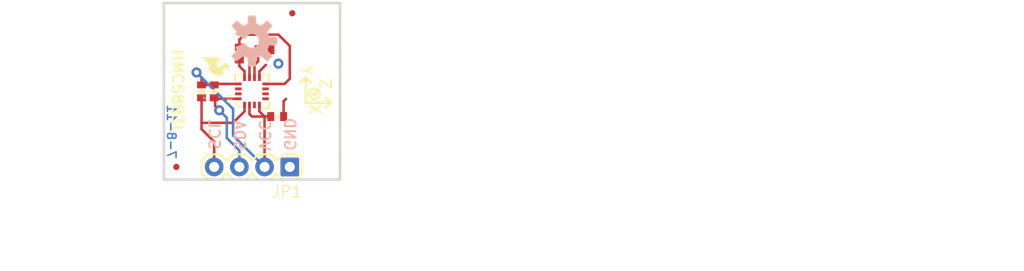
<source format=kicad_pcb>
(kicad_pcb (version 20211014) (generator pcbnew)
  (layers (0 "F.Cu" signal) (31 "B.Cu" signal) (34 "B.Paste" user) (35 "F.Paste" user) (36 "B.SilkS" user "B.Silkscreen") (37 "F.SilkS" user "F.Silkscreen") (38 "B.Mask" user) (39 "F.Mask" user) (44 "Edge.Cuts" user))
  (net 0 "")
  (net 1 "VCC")
  (net 2 "SCL")
  (net 3 "SDA")
  (net 4 "N$4")
  (net 5 "N$5")
  (net 6 "GND")
  (net 7 "N$1")
  (footprint "boardEagle:STAND-OFF" (layer "F.Cu") (at 154.8511 98.6536)
    (fp_text reference "JP3" hide)
    (fp_text value "STAND-OFF" hide)
    (pad "" np_thru_hole circle (at 0 0) (size 3.302 3.302) (drill 3.302) (layers *.Cu *.Mask))
  )
  (footprint "boardEagle:16LPCC" (layer "F.Cu") (at 148.5011 105.0036 90)
    (fp_text reference "U1" (at -1.27 -1.905 90) (layer "F.SilkS") (effects (font (size 0.560832 0.560832) (thickness 0.048768)) (justify left bottom)))
    (fp_text value "HMC5883LSMD")
    (fp_line (start 1.7 -1.1) (end 1.7 -1.7) (layer "F.SilkS") (width 0.2032))
    (fp_line (start 1.7 -1.7) (end 1.1 -1.7) (layer "F.SilkS") (width 0.2032))
    (fp_line (start -1.7 1.7) (end -1.1 1.7) (layer "F.SilkS") (width 0.2032))
    (fp_line (start 1.7 1.7) (end 1.7 1.1) (layer "F.SilkS") (width 0.2032))
    (fp_line (start -1.7 1.7) (end -1.7 1.1) (layer "F.SilkS") (width 0.2032))
    (fp_line (start -1.28 -1.635) (end -1.635 -1.26) (layer "F.SilkS") (width 0.2032))
    (fp_line (start 1.1 1.7) (end 1.7 1.7) (layer "F.SilkS") (width 0.2032))
    (pad "1" smd rect (at -1.37 -0.75 90) (size 0.65 0.28) (layers "F.Cu" "F.Paste" "F.Mask") (net 2 "SCL"))
    (pad "2" smd rect (at -1.37 -0.25 90) (size 0.65 0.28) (layers "F.Cu" "F.Paste" "F.Mask") (net 1 "VCC"))
    (pad "3" smd rect (at -1.37 0.25 90) (size 0.65 0.28) (layers "F.Cu" "F.Paste" "F.Mask"))
    (pad "4" smd rect (at -1.37 0.75 90) (size 0.65 0.28) (layers "F.Cu" "F.Paste" "F.Mask") (net 1 "VCC"))
    (pad "5" smd rect (at -0.75 1.37) (size 0.65 0.28) (layers "F.Cu" "F.Paste" "F.Mask"))
    (pad "6" smd rect (at -0.25 1.37 180) (size 0.65 0.28) (layers "F.Cu" "F.Paste" "F.Mask"))
    (pad "7" smd rect (at 0.25 1.37 180) (size 0.65 0.28) (layers "F.Cu" "F.Paste" "F.Mask"))
    (pad "8" smd rect (at 0.75 1.37 180) (size 0.65 0.28) (layers "F.Cu" "F.Paste" "F.Mask") (net 4 "N$4"))
    (pad "9" smd rect (at 1.37 0.75 90) (size 0.65 0.28) (layers "F.Cu" "F.Paste" "F.Mask") (net 6 "GND"))
    (pad "10" smd rect (at 1.37 0.25 90) (size 0.65 0.28) (layers "F.Cu" "F.Paste" "F.Mask") (net 7 "N$1"))
    (pad "11" smd rect (at 1.37 -0.25 90) (size 0.65 0.28) (layers "F.Cu" "F.Paste" "F.Mask") (net 6 "GND"))
    (pad "12" smd rect (at 1.37 -0.75 90) (size 0.65 0.28) (layers "F.Cu" "F.Paste" "F.Mask") (net 5 "N$5"))
    (pad "13" smd rect (at 0.75 -1.37 180) (size 0.65 0.28) (layers "F.Cu" "F.Paste" "F.Mask") (net 1 "VCC"))
    (pad "14" smd rect (at 0.25 -1.37 180) (size 0.65 0.28) (layers "F.Cu" "F.Paste" "F.Mask"))
    (pad "15" smd rect (at -0.25 -1.37 180) (size 0.65 0.28) (layers "F.Cu" "F.Paste" "F.Mask"))
    (pad "16" smd rect (at -0.75 -1.37 180) (size 0.65 0.28) (layers "F.Cu" "F.Paste" "F.Mask") (net 3 "SDA"))
  )
  (footprint "boardEagle:FIDUCIAL-1X2.5" (layer "F.Cu") (at 140.8811 112.6236)
    (fp_text reference "JP5" hide)
    (fp_text value "FIDUCIAL1X2.5" hide)
    (pad "1" smd roundrect (at 0 0) (size 0.635 0.635) (layers "F.Cu" "F.Mask") (roundrect_rratio 0.5))
  )
  (footprint "boardEagle:1X04" (layer "F.Cu") (at 152.3111 112.6236 180)
    (fp_text reference "JP1" (at -1.3462 -1.8288 180) (layer "F.SilkS") (effects (font (size 1.143 1.143) (thickness 0.127)) (justify right top)))
    (fp_text value "")
    (fp_line (start 1.27 -0.635) (end 1.905 -1.27) (layer "F.SilkS") (width 0.2032))
    (fp_line (start 0.635 -1.27) (end 1.27 -0.635) (layer "F.SilkS") (width 0.2032))
    (fp_line (start 3.81 -0.635) (end 4.445 -1.27) (layer "F.SilkS") (width 0.2032))
    (fp_line (start 1.905 -1.27) (end 3.175 -1.27) (layer "F.SilkS") (width 0.2032))
    (fp_line (start 1.27 0.635) (end 0.635 1.27) (layer "F.SilkS") (width 0.2032))
    (fp_line (start 5.715 1.27) (end 4.445 1.27) (layer "F.SilkS") (width 0.2032))
    (fp_line (start 5.715 -1.27) (end 6.35 -0.635) (layer "F.SilkS") (width 0.2032))
    (fp_line (start 0.635 1.27) (end -0.635 1.27) (layer "F.SilkS") (width 0.2032))
    (fp_line (start 1.905 1.27) (end 1.27 0.635) (layer "F.SilkS") (width 0.2032))
    (fp_line (start 3.81 0.635) (end 3.175 1.27) (layer "F.SilkS") (width 0.2032))
    (fp_line (start 3.175 -1.27) (end 3.81 -0.635) (layer "F.SilkS") (width 0.2032))
    (fp_line (start 3.175 1.27) (end 1.905 1.27) (layer "F.SilkS") (width 0.2032))
    (fp_line (start 4.445 -1.27) (end 5.715 -1.27) (layer "F.SilkS") (width 0.2032))
    (fp_line (start 6.35 0.635) (end 5.715 1.27) (layer "F.SilkS") (width 0.2032))
    (fp_line (start 8.255 1.27) (end 6.985 1.27) (layer "F.SilkS") (width 0.2032))
    (fp_line (start 8.89 0.635) (end 8.255 1.27) (layer "F.SilkS") (width 0.2032))
    (fp_line (start 4.445 1.27) (end 3.81 0.635) (layer "F.SilkS") (width 0.2032))
    (fp_line (start 6.985 -1.27) (end 6.35 -0.635) (layer "F.SilkS") (width 0.2032))
    (fp_line (start -1.27 0.635) (end -0.635 1.27) (layer "F.SilkS") (width 0.2032))
    (fp_line (start -0.635 -1.27) (end 0.635 -1.27) (layer "F.SilkS") (width 0.2032))
    (fp_line (start 8.89 -0.635) (end 8.89 0.635) (layer "F.SilkS") (width 0.2032))
    (fp_line (start 6.35 0.635) (end 6.985 1.27) (layer "F.SilkS") (width 0.2032))
    (fp_line (start 6.985 -1.27) (end 8.255 -1.27) (layer "F.SilkS") (width 0.2032))
    (fp_line (start -0.635 -1.27) (end -1.27 -0.635) (layer "F.SilkS") (width 0.2032))
    (fp_line (start 8.255 -1.27) (end 8.89 -0.635) (layer "F.SilkS") (width 0.2032))
    (fp_line (start -1.27 -0.635) (end -1.27 0.635) (layer "F.SilkS") (width 0.2032))
    (pad "1" thru_hole rect (at 0 0 270) (size 1.8796 1.8796) (drill 1.016) (layers *.Cu *.Mask) (net 6 "GND"))
    (pad "2" thru_hole circle (at 2.54 0 270) (size 1.8796 1.8796) (drill 1.016) (layers *.Cu *.Mask) (net 1 "VCC"))
    (pad "3" thru_hole circle (at 5.08 0 270) (size 1.8796 1.8796) (drill 1.016) (layers *.Cu *.Mask) (net 3 "SDA"))
    (pad "4" thru_hole circle (at 7.62 0 270) (size 1.8796 1.8796) (drill 1.016) (layers *.Cu *.Mask) (net 2 "SCL"))
  )
  (footprint "boardEagle:0402-CAP" (layer "F.Cu") (at 147.2311 101.1936 -90)
    (fp_text reference "C2" (at -0.889 -0.6985 -90) (layer "F.SilkS") (effects (font (size 0.373888 0.373888) (thickness 0.032512)) (justify left bottom)))
    (fp_text value ".22uF")
    (fp_line (start 0 -0.0305) (end 0 0.0305) (layer "F.SilkS") (width 0.4064))
    (pad "1" smd rect (at -0.65 0 270) (size 0.7 0.9) (layers "F.Cu" "F.Paste" "F.Mask") (net 4 "N$4"))
    (pad "2" smd rect (at 0.65 0 270) (size 0.7 0.9) (layers "F.Cu" "F.Paste" "F.Mask") (net 5 "N$5"))
  )
  (footprint "boardEagle:0402-RES" (layer "F.Cu") (at 143.4211 105.0036 90)
    (fp_text reference "R1" (at -0.889 -0.6985 90) (layer "F.SilkS") (effects (font (size 0.373888 0.373888) (thickness 0.032512)) (justify left bottom)))
    (fp_text value "DNP")
    (fp_poly (pts (xy -0.2032 0.3556) (xy 0.2032 0.3556) (xy 0.2032 -0.3556) (xy -0.2032 -0.3556)) (layer "F.SilkS") (width 0) (fill solid))
    (pad "1" smd rect (at -0.65 0 90) (size 0.7 0.9) (layers "F.Cu" "F.Paste" "F.Mask") (net 2 "SCL"))
    (pad "2" smd rect (at 0.65 0 90) (size 0.7 0.9) (layers "F.Cu" "F.Paste" "F.Mask") (net 1 "VCC"))
  )
  (footprint "boardEagle:CREATIVE_COMMONS" (layer "F.Cu") (at 143.4211 122.7836)
    (fp_text reference "U$1" hide)
    (fp_text value "CREATIVE_COMMONS" hide)
  )
  (footprint "boardEagle:FIDUCIAL-1X2.5" (layer "F.Cu") (at 152.5651 97.1296)
    (fp_text reference "JP6" hide)
    (fp_text value "FIDUCIAL1X2.5" hide)
    (pad "1" smd roundrect (at 0 0) (size 0.635 0.635) (layers "F.Cu" "F.Mask") (roundrect_rratio 0.5))
  )
  (footprint "boardEagle:0402-CAP" (layer "F.Cu") (at 149.7711 100.8126)
    (fp_text reference "C3" (at -0.889 -0.6985) (layer "F.SilkS") (effects (font (size 0.373888 0.373888) (thickness 0.032512)) (justify left bottom)))
    (fp_text value "4.7uF")
    (fp_line (start 0 -0.0305) (end 0 0.0305) (layer "F.SilkS") (width 0.4064))
    (pad "1" smd rect (at -0.65 0) (size 0.7 0.9) (layers "F.Cu" "F.Paste" "F.Mask") (net 7 "N$1"))
    (pad "2" smd rect (at 0.65 0) (size 0.7 0.9) (layers "F.Cu" "F.Paste" "F.Mask") (net 6 "GND"))
  )
  (footprint "boardEagle:0402-RES" (layer "F.Cu") (at 144.6911 105.0036 90)
    (fp_text reference "R2" (at -0.889 -0.6985 90) (layer "F.SilkS") (effects (font (size 0.373888 0.373888) (thickness 0.032512)) (justify left bottom)))
    (fp_text value "DNP")
    (fp_poly (pts (xy -0.2032 0.3556) (xy 0.2032 0.3556) (xy 0.2032 -0.3556) (xy -0.2032 -0.3556)) (layer "F.SilkS") (width 0) (fill solid))
    (pad "1" smd rect (at -0.65 0 90) (size 0.7 0.9) (layers "F.Cu" "F.Paste" "F.Mask") (net 3 "SDA"))
    (pad "2" smd rect (at 0.65 0 90) (size 0.7 0.9) (layers "F.Cu" "F.Paste" "F.Mask") (net 1 "VCC"))
  )
  (footprint "boardEagle:STAND-OFF" (layer "F.Cu") (at 142.1511 98.6536)
    (fp_text reference "JP2" hide)
    (fp_text value "STAND-OFF" hide)
    (pad "" np_thru_hole circle (at 0 0) (size 3.302 3.302) (drill 3.302) (layers *.Cu *.Mask))
  )
  (footprint "boardEagle:SFE-LOGO-FLAME" (layer "F.Cu") (at 143.4211 101.5746 -90)
    (fp_text reference "JP4" hide)
    (fp_text value "LOGO-SFESK" hide)
    (fp_poly (pts (xy 1.126002 -2.808203) (xy 1.215449 -2.785829) (xy 1.228477 -2.780783) (xy 1.240149 -2.774875) (xy 1.25686 -2.766576) (xy 1.275552 -2.759834) (xy 1.371694 -2.7026) (xy 1.3793 -2.7026) (xy 1.3793 -2.6772) (xy 1.306833 -2.6772) (xy 1.208418 -2.657914) (xy 1.074855 -2.495286) (xy 1.079365 -2.436825) (xy 1.12809 -2.341869) (xy 1.204666 -2.265196) (xy 1.294069 -2.200638) (xy 1.369348 -2.168824) (xy 1.450737 -2.171632) (xy 1.458864 -2.174186) (xy 1.466257 -2.177389) (xy 1.530514 -2.236956) (xy 1.5368 -2.259812) (xy 1.5368 -2.377938) (xy 1.763707 -2.148127) (xy 1.868186 -1.856841) (xy 1.871603 -1.856894) (xy 1.87806 -1.650435) (xy 1.848857 -1.45742) (xy 1.785308 -1.272842) (xy 1.6663 -1.061578) (xy 1.6663 -1.080581) (xy 1.378131 -0.80901) (xy 0.982239 -0.6985) (xy 0.753005 -0.6985) (xy 0.716201 -0.692046) (xy 0.681776 -0.679592) (xy 0.496322 -0.541784) (xy -0.0126 0.03091) (xy -0.0126 -1.52077) (xy 0.060004 -1.761967) (xy 0.168295 -1.865489) (xy 0.307122 -1.917522) (xy 0.4039 -1.925089) (xy 0.499384 -1.917623) (xy 0.55991 -1.908099) (xy 0.557788 -1.884433) (xy 0.522216 -1.885242) (xy 0.501784 -1.876141) (xy 0.420519 -1.817154) (xy 0.400722 -1.79067) (xy 0.390395 -1.7285) (xy 0.400905 -1.665229) (xy 0.421405 -1.625174) (xy 0.452343 -1.592685) (xy 0.546535 -1.54355) (xy 0.652229 -1.531742) (xy 0.742768 -1.550084) (xy 0.82422 -1.589656) (xy 0.92203 -1.754659) (xy 0.907706 -1.848844) (xy 0.850914 -1.930401) (xy 0.584707 -2.263237) (xy 0.561667 -2.510855) (xy 0.627495 -2.621556) (xy 0.629042 -2.623103) (xy 0.778901 -2.74712) (xy 1.032676 -2.817064)) (layer "F.SilkS") (width 0) (fill solid))
  )
  (footprint "boardEagle:0402-CAP" (layer "F.Cu") (at 151.0411 107.5436)
    (fp_text reference "C1" (at -0.889 -0.6985) (layer "F.SilkS") (effects (font (size 0.373888 0.373888) (thickness 0.032512)) (justify left bottom)))
    (fp_text value ".1uF")
    (fp_line (start 0 -0.0305) (end 0 0.0305) (layer "F.SilkS") (width 0.4064))
    (pad "1" smd rect (at -0.65 0) (size 0.7 0.9) (layers "F.Cu" "F.Paste" "F.Mask") (net 1 "VCC"))
    (pad "2" smd rect (at 0.65 0) (size 0.7 0.9) (layers "F.Cu" "F.Paste" "F.Mask") (net 6 "GND"))
  )
  (footprint "boardEagle:OSHW-LOGO-M" (layer "B.Cu") (at 148.5011 99.9236 90)
    (fp_text reference "U$2" hide)
    (fp_text value "OSHW-LOGOM" hide)
    (fp_poly (pts (xy 0.456253 1.731155) (xy 0.686517 1.657461) (xy 0.90147 1.546765) (xy 1.544319 2.070947) (xy 2.070947 1.544319) (xy 1.546765 0.90147) (xy 1.657461 0.686517) (xy 1.731155 0.456253) (xy 2.5564 0.372471) (xy 2.5564 -0.372471) (xy 1.726849 -0.456691) (xy 1.54403 -0.898116) (xy 2.070947 -1.544319) (xy 1.544319 -2.070947) (xy 0.901485 -1.546777) (xy 0.619704 -1.692011) (xy 0.20689 -0.695413) (xy 0.531536 -0.463602) (xy 0.620727 -0.335903) (xy 0.680465 -0.187343) (xy 0.705181 -0.029147) (xy 0.693603 0.130552) (xy 0.646327 0.283537) (xy 0.56579 0.421919) (xy 0.456131 0.538592) (xy 0.322994 0.627547) (xy 0.173234 0.684204) (xy 0.014564 0.705647) (xy -0.144865 0.690774) (xy -0.296837 0.64035) (xy -0.433527 0.556972) (xy -0.547914 0.444923) (xy -0.634099 0.309982) (xy -0.68765 0.159084) (xy -0.705283 0.004638) (xy -0.626355 -0.324166) (xy -0.536691 -0.458355) (xy -0.414859 -0.570967) (xy -0.204203 -0.688924) (xy -0.618435 -1.688948) (xy -0.821394 -1.594769) (xy -0.90323 -1.5482) (xy -1.544319 -2.070947) (xy -2.070947 -1.544319) (xy -1.54403 -0.898116) (xy -1.726849 -0.456691) (xy -2.5564 -0.372471) (xy -2.5564 0.372471) (xy -1.726849 0.456691) (xy -1.54403 0.898116) (xy -2.070947 1.544319) (xy -1.544319 2.070947) (xy -0.90147 1.546765) (xy -0.686517 1.657461) (xy -0.456253 1.731155) (xy -0.372471 2.5564) (xy 0.372471 2.5564)) (layer "B.SilkS") (width 0) (fill solid))
  )
  (gr_line (start 153.9113 106.1466) (end 156.4513 106.1466) (layer "F.SilkS") (width 0.254))
  (gr_line (start 156.4513 106.1466) (end 155.9433 106.6546) (layer "F.SilkS") (width 0.254))
  (gr_line (start 153.9113 103.6066) (end 154.4193 104.1146) (layer "F.SilkS") (width 0.254))
  (gr_circle (center 154.8003 105.2576) (end 155.3239 105.2576) (layer "F.SilkS") (width 0.254) (fill none))
  (gr_line (start 156.4513 106.1466) (end 155.9433 105.6386) (layer "F.SilkS") (width 0.254))
  (gr_line (start 153.9113 106.1466) (end 153.9113 103.6066) (layer "F.SilkS") (width 0.254))
  (gr_circle (center 154.8003 105.2576) (end 154.9273 105.2576) (layer "F.SilkS") (width 0.254) (fill none))
  (gr_line (start 153.9113 103.6066) (end 153.4033 104.1146) (layer "F.SilkS") (width 0.254))
  (gr_line (start 157.3711 113.8936) (end 157.3911 96.1136) (layer "Edge.Cuts") (width 0.254))
  (gr_line (start 157.3911 96.1136) (end 139.6111 96.1136) (layer "Edge.Cuts") (width 0.254))
  (gr_line (start 139.6111 96.1136) (end 139.6111 113.8936) (layer "Edge.Cuts") (width 0.254))
  (gr_line (start 139.6111 113.8936) (end 157.3711 113.8936) (layer "Edge.Cuts") (width 0.254))
  (gr_text "7-8-11" (at 140.8811 106.2736 -90) (layer "B.Cu") (effects (font (size 0.8636 0.8636) (thickness 0.1524)) (justify right top mirror)))
  (gr_text "VCC" (at 149.1361 111.0996 -90) (layer "B.SilkS") (effects (font (size 1.0795 1.0795) (thickness 0.1905)) (justify left bottom mirror)))
  (gr_text "GND" (at 151.6761 111.0996 -90) (layer "B.SilkS") (effects (font (size 1.0795 1.0795) (thickness 0.1905)) (justify left bottom mirror)))
  (gr_text "SCL" (at 144.0561 110.9726 -90) (layer "B.SilkS") (effects (font (size 1.0795 1.0795) (thickness 0.1905)) (justify left bottom mirror)))
  (gr_text "SDA" (at 146.5961 111.0996 -90) (layer "B.SilkS") (effects (font (size 1.0795 1.0795) (thickness 0.1905)) (justify left bottom mirror)))
  (gr_text "HMC5883L" (at 140.3731 100.6856 270) (layer "F.SilkS") (effects (font (size 1.0795 1.0795) (thickness 0.1905)) (justify left bottom)))
  (gr_text "X" (at 154.2161 107.4166 -90) (layer "F.SilkS") (effects (font (size 1.0795 1.0795) (thickness 0.1905)) (justify left bottom mirror)))
  (gr_text "Y" (at 153.3271 103.4796 -90) (layer "F.SilkS") (effects (font (size 1.0795 1.0795) (thickness 0.1905)) (justify left bottom mirror)))
  (gr_text "Z" (at 155.3591 103.6066 90) (layer "F.SilkS") (effects (font (size 1.0795 1.0795) (thickness 0.1905)) (justify right top)))
  (segment (start 144.6911 104.3536) (end 144.7911 104.2536) (width 0.254) (layer "F.Cu") (net 1))
  (segment (start 143.4211 103.6066) (end 143.4211 104.3536) (width 0.254) (layer "F.Cu") (net 1))
  (segment (start 148.5011 107.5436) (end 148.2511 107.2936) (width 0.254) (layer "F.Cu") (net 1))
  (segment (start 148.2511 107.2936) (end 148.2511 106.3736) (width 0.254) (layer "F.Cu") (net 1))
  (segment (start 143.4211 104.3536) (end 143.4061 104.3686) (width 0.254) (layer "F.Cu") (net 1))
  (segment (start 142.9131 103.0986) (end 143.4211 103.6066) (width 0.254) (layer "F.Cu") (net 1))
  (segment (start 149.7711 107.5436) (end 149.2511 107.0236) (width 0.254) (layer "F.Cu") (net 1))
  (segment (start 149.7711 107.5436) (end 150.3911 107.5436) (width 0.254) (layer "F.Cu") (net 1))
  (segment (start 149.7711 112.6236) (end 149.7711 107.5436) (width 0.254) (layer "F.Cu") (net 1))
  (segment (start 149.7711 107.5436) (end 148.5011 107.5436) (width 0.254) (layer "F.Cu") (net 1))
  (segment (start 144.7911 104.2536) (end 147.1311 104.2536) (width 0.254) (layer "F.Cu") (net 1))
  (segment (start 143.4211 104.3536) (end 144.6911 104.3536) (width 0.254) (layer "F.Cu") (net 1))
  (segment (start 149.2511 107.0236) (end 149.2511 106.3736) (width 0.254) (layer "F.Cu") (net 1))
  (via (at 142.9131 103.0986) (size 1.016) (drill 0.508) (layers "F.Cu" "B.Cu") (net 1))
  (segment (start 146.5961 109.4486) (end 146.5961 106.7816) (width 0.254) (layer "B.Cu") (net 1))
  (segment (start 146.5961 109.4486) (end 149.7711 112.6236) (width 0.254) (layer "B.Cu") (net 1))
  (segment (start 146.5961 106.7816) (end 142.9131 103.0986) (width 0.254) (layer "B.Cu") (net 1))
  (segment (start 143.4211 108.1786) (end 143.4211 105.6536) (width 0.254) (layer "F.Cu") (net 2))
  (segment (start 144.6911 110.0836) (end 143.4211 108.8136) (width 0.254) (layer "F.Cu") (net 2))
  (segment (start 147.7511 107.0236) (end 147.7511 106.3736) (width 0.254) (layer "F.Cu") (net 2))
  (segment (start 144.6911 112.6236) (end 144.6911 110.0836) (width 0.254) (layer "F.Cu") (net 2))
  (segment (start 146.5961 108.1786) (end 147.7511 107.0236) (width 0.254) (layer "F.Cu") (net 2))
  (segment (start 143.4211 108.8136) (end 143.4211 108.1786) (width 0.254) (layer "F.Cu") (net 2))
  (segment (start 143.4211 108.1786) (end 146.5961 108.1786) (width 0.254) (layer "F.Cu") (net 2))
  (segment (start 144.7911 105.7536) (end 144.6911 105.6536) (width 0.254) (layer "F.Cu") (net 3))
  (segment (start 144.7911 105.7536) (end 147.1311 105.7536) (width 0.254) (layer "F.Cu") (net 3))
  (segment (start 145.1991 106.9086) (end 144.7911 106.5006) (width 0.254) (layer "F.Cu") (net 3))
  (segment (start 144.7911 106.5006) (end 144.7911 105.7536) (width 0.254) (layer "F.Cu") (net 3))
  (via (at 145.1991 106.9086) (size 1.016) (drill 0.508) (layers "F.Cu" "B.Cu") (net 3))
  (segment (start 145.9611 107.6706) (end 145.1991 106.9086) (width 0.254) (layer "B.Cu") (net 3))
  (segment (start 147.2311 112.6236) (end 147.2311 110.9726) (width 0.254) (layer "B.Cu") (net 3))
  (segment (start 147.2311 110.9726) (end 145.9611 109.7026) (width 0.254) (layer "B.Cu") (net 3))
  (segment (start 145.9611 109.7026) (end 145.9611 107.6706) (width 0.254) (layer "B.Cu") (net 3))
  (segment (start 149.8711 104.2536) (end 151.7911 104.2536) (width 0.254) (layer "F.Cu") (net 4))
  (segment (start 147.2311 99.7966) (end 147.2311 100.5436) (width 0.254) (layer "F.Cu") (net 4))
  (segment (start 151.1681 99.2886) (end 147.7391 99.2886) (width 0.254) (layer "F.Cu") (net 4))
  (segment (start 151.7911 104.2536) (end 152.3111 103.7336) (width 0.254) (layer "F.Cu") (net 4))
  (segment (start 152.3111 100.4316) (end 151.1681 99.2886) (width 0.254) (layer "F.Cu") (net 4))
  (segment (start 152.3111 103.7336) (end 152.3111 100.4316) (width 0.254) (layer "F.Cu") (net 4))
  (segment (start 149.8711 104.2536) (end 149.8831 104.2416) (width 0.254) (layer "F.Cu") (net 4))
  (segment (start 147.7391 99.2886) (end 147.2311 99.7966) (width 0.254) (layer "F.Cu") (net 4))
  (segment (start 147.7511 102.9836) (end 147.7511 103.6336) (width 0.254) (layer "F.Cu") (net 5))
  (segment (start 147.2311 102.4636) (end 147.7511 102.9836) (width 0.254) (layer "F.Cu") (net 5))
  (segment (start 147.2311 101.8436) (end 147.2311 102.4636) (width 0.254) (layer "F.Cu") (net 5))
  (segment (start 149.2511 103.6336) (end 149.2511 102.9836) (width 0.254) (layer "F.Cu") (net 6))
  (segment (start 149.2511 102.9836) (end 149.8981 102.3366) (width 0.254) (layer "F.Cu") (net 6))
  (segment (start 148.2511 103.6336) (end 148.2471 101.8286) (width 0.254) (layer "F.Cu") (net 6))
  (segment (start 151.6911 107.5436) (end 151.6911 106.0046) (width 0.254) (layer "F.Cu") (net 6))
  (segment (start 151.6911 106.0046) (end 151.9301 105.7656) (width 0.254) (layer "F.Cu") (net 6))
  (via (at 151.1681 102.2096) (size 1.016) (drill 0.508) (layers "F.Cu" "B.Cu") (net 6))
  (segment (start 148.7511 102.3406) (end 149.1211 101.9706) (width 0.254) (layer "F.Cu") (net 7))
  (segment (start 149.1211 101.9706) (end 149.1211 100.8126) (width 0.254) (layer "F.Cu") (net 7))
  (segment (start 148.7511 103.6336) (end 148.7511 102.3406) (width 0.254) (layer "F.Cu") (net 7))
)
</source>
